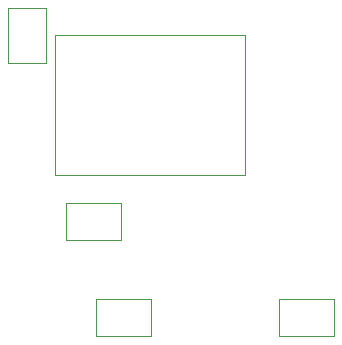
<source format=gbr>
%TF.GenerationSoftware,KiCad,Pcbnew,(5.1.10)-1*%
%TF.CreationDate,2024-05-08T08:23:43+02:00*%
%TF.ProjectId,M003,4d303033-2e6b-4696-9361-645f70636258,rev?*%
%TF.SameCoordinates,Original*%
%TF.FileFunction,Other,User*%
%FSLAX46Y46*%
G04 Gerber Fmt 4.6, Leading zero omitted, Abs format (unit mm)*
G04 Created by KiCad (PCBNEW (5.1.10)-1) date 2024-05-08 08:23:43*
%MOMM*%
%LPD*%
G01*
G04 APERTURE LIST*
%ADD10C,0.050000*%
G04 APERTURE END LIST*
D10*
%TO.C,IC3*%
X143080000Y-121495000D02*
X159180000Y-121495000D01*
X143080000Y-109645000D02*
X143080000Y-121495000D01*
X159180000Y-109645000D02*
X143080000Y-109645000D01*
X159180000Y-121495000D02*
X159180000Y-109645000D01*
%TO.C,C21*%
X144004000Y-127076000D02*
X148604000Y-127076000D01*
X144004000Y-123876000D02*
X144004000Y-127076000D01*
X148604000Y-123876000D02*
X144004000Y-123876000D01*
X148604000Y-127076000D02*
X148604000Y-123876000D01*
%TO.C,C10*%
X162038000Y-135204000D02*
X166638000Y-135204000D01*
X162038000Y-132004000D02*
X162038000Y-135204000D01*
X166638000Y-132004000D02*
X162038000Y-132004000D01*
X166638000Y-135204000D02*
X166638000Y-132004000D01*
%TO.C,C9*%
X151144000Y-132004000D02*
X146544000Y-132004000D01*
X151144000Y-135204000D02*
X151144000Y-132004000D01*
X146544000Y-135204000D02*
X151144000Y-135204000D01*
X146544000Y-132004000D02*
X146544000Y-135204000D01*
%TO.C,C3*%
X139116000Y-107428000D02*
X139116000Y-112028000D01*
X142316000Y-107428000D02*
X139116000Y-107428000D01*
X142316000Y-112028000D02*
X142316000Y-107428000D01*
X139116000Y-112028000D02*
X142316000Y-112028000D01*
%TD*%
M02*

</source>
